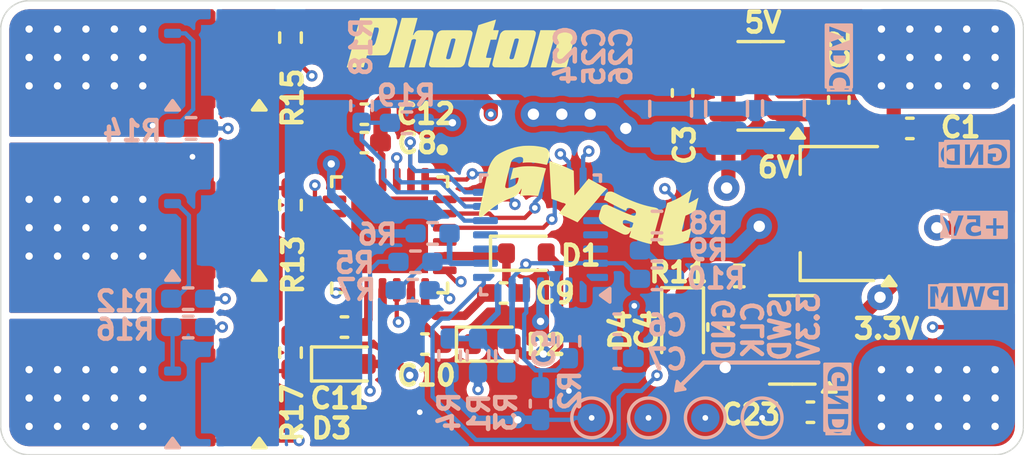
<source format=kicad_pcb>
(kicad_pcb (version 20240108) (generator "pcbnew") (generator_version "8.0")
  (layers (0 "F.Cu" signal) (1 "In1.Cu" signal) (2 "In2.Cu" signal) (31 "B.Cu" signal) (34 "B.Paste" user) (35 "F.Paste" user) (36 "B.SilkS" user "B.Silkscreen") (37 "F.SilkS" user "F.Silkscreen") (38 "B.Mask" user) (39 "F.Mask" user) (44 "Edge.Cuts" user))
  (net 0 "")
  (net 1 "GND")
  (net 2 "VDC")
  (net 3 "+5V")
  (net 4 "+3.3V")
  (net 5 "Net-(U1-PF2)")
  (net 6 "+6V")
  (net 7 "Net-(D1-K)")
  (net 8 "Net-(U6-VS1)")
  (net 9 "Net-(D2-K)")
  (net 10 "Net-(U6-VS2)")
  (net 11 "Net-(D3-K)")
  (net 12 "Net-(U6-VS3)")
  (net 13 "Net-(D4-K)")
  (net 14 "GHA")
  (net 15 "PHASE_A")
  (net 16 "GHC")
  (net 17 "PHASE_C")
  (net 18 "PHASE_B")
  (net 19 "GHB")
  (net 20 "GLA")
  (net 21 "GLB")
  (net 22 "GLC")
  (net 23 "BEMF_A")
  (net 24 "BEMF_REF")
  (net 25 "BEMF_B")
  (net 26 "BEMF_C")
  (net 27 "SWDIO")
  (net 28 "SWCLK")
  (net 29 "INPUT")
  (net 30 "LA")
  (net 31 "Net-(Q1-G)")
  (net 34 "LB")
  (net 37 "PB8")
  (net 38 "LC")
  (net 39 "HC")
  (net 41 "PB6")
  (net 43 "HB")
  (net 45 "HA")
  (net 52 "Net-(Q2-G)")
  (net 53 "Net-(Q3-G)")
  (net 54 "Net-(Q4-G)")
  (net 55 "Net-(Q5-G)")
  (net 56 "Net-(Q6-G)")
  (net 57 "ADC_VOLT")
  (footprint "Fortior Tech FD6288Q driver library:PhasePad" (layer "F.Cu") (at 74 46 90)
    (property "Reference" "TP9" (hide yes))
    (property "Value" "T_PHASE_C" (hide yes))
  )
  (footprint "Resistor_SMD:R_0402_1005Metric_Pad0.72x0.64mm_HandSolder" (layer "F.Cu") (at 96.9975 53.7)
    (property "Reference" "R11" (hide yes))
    (property "Value" "1K" (hide yes))
  )
  (footprint "Diode_SMD:D_SOD-523" (layer "F.Cu") (at 88.3 56.1)
    (property "Reference" "D2" (hide yes))
    (property "Value" "D" (hide yes))
  )
  (footprint "Fortior Tech FD6288Q driver library:PowerPad" (layer "F.Cu") (at 103.95 46.1 90)
    (property "Reference" "J2" (hide yes))
    (property "Value" "Plus" (hide yes))
  )
  (footprint "Fortior Tech FD6288Q driver library:TSON-8(3.1x3.1)" (layer "F.Cu") (at 78.5 52)
    (property "Reference" "Q5" (hide yes))
    (property "Value" "NMOS" (hide yes))
  )
  (footprint "Capacitor_SMD:C_0402_1005Metric_Pad0.74x0.62mm_HandSolder" (layer "F.Cu") (at 83.1 55.5 180)
    (property "Reference" "C11" (hide yes))
    (property "Value" "1uF" (hide yes))
  )
  (footprint "Capacitor_SMD:C_0402_1005Metric_Pad0.74x0.62mm_HandSolder" (layer "F.Cu") (at 88.7 54.3 180)
    (property "Reference" "C9" (hide yes))
    (property "Value" "1uF" (hide yes))
  )
  (footprint "Package_TO_SOT_SMD:SOT-23-5" (layer "F.Cu") (at 97.75 47 180)
    (property "Reference" "U2" (hide yes))
    (property "Value" "~" (hide yes))
  )
  (footprint "Capacitor_SMD:C_0402_1005Metric_Pad0.74x0.62mm_HandSolder" (layer "F.Cu") (at 95 47.25 -90)
    (property "Reference" "C3" (hide yes))
    (property "Value" "10uF" (hide yes))
  )
  (footprint "Fortior Tech FD6288Q driver library:PowerPad" (layer "F.Cu") (at 103.95 57.95 90)
    (property "Reference" "J3" (hide yes))
    (property "Value" "Minus" (hide yes))
  )
  (footprint "Connector_Wire:SolderWirePad_1x01_SMD_1x2mm" (layer "F.Cu") (at 105.5 54.5 90)
    (property "Reference" "TP5" (hide yes))
    (property "Value" "input" (hide yes))
  )
  (footprint "Package_TO_SOT_SMD:SOT-89-3" (layer "F.Cu") (at 100.5 51.5 180)
    (property "Reference" "U4" (hide yes))
    (property "Value" "L78L06_SOT89" (hide yes))
  )
  (footprint "Diode_SMD:D_SOD-523" (layer "F.Cu") (at 89.5 52.9)
    (property "Reference" "D1" (hide yes))
    (property "Value" "D" (hide yes))
  )
  (footprint "Capacitor_SMD:C_0402_1005Metric_Pad0.74x0.62mm_HandSolder" (layer "F.Cu") (at 83.8 49 180)
    (property "Reference" "C8" (hide yes))
    (property "Value" "10uF" (hide yes))
  )
  (footprint "LED_SMD:LED_0603_1608Metric" (layer "F.Cu") (at 95 55.6 -90)
    (property "Reference" "D4" (hide yes))
    (property "Value" "LED" (hide yes))
  )
  (footprint "Capacitor_SMD:C_0402_1005Metric_Pad0.74x0.62mm_HandSolder" (layer "F.Cu") (at 96.25 55.5 90)
    (property "Reference" "C4" (hide yes))
    (property "Value" "10uF" (hide yes))
  )
  (footprint "Fortior Tech FD6288Q driver library:PhasePad" (layer "F.Cu") (at 73.9 58 90)
    (property "Reference" "TP11" (hide yes))
    (property "Value" "T_PHASE_A" (hide yes))
  )
  (footprint "Fortior Tech FD6288Q driver library:TSON-8(3.1x3.1)" (layer "F.Cu") (at 78.5 57.9)
    (property "Reference" "Q4" (hide yes))
    (property "Value" "NMOS" (hide yes))
  )
  (footprint "Capacitor_SMD:C_0402_1005Metric_Pad0.74x0.62mm_HandSolder" (layer "F.Cu") (at 83.8 48 180)
    (property "Reference" "C12" (hide yes))
    (property "Value" "100nF" (hide yes))
  )
  (footprint "Capacitor_SMD:C_0402_1005Metric_Pad0.74x0.62mm_HandSolder" (layer "F.Cu") (at 100.5 47.5 90)
    (property "Reference" "C2" (hide yes))
    (property "Value" "10uF" (hide yes))
  )
  (footprint "Capacitor_SMD:C_0402_1005Metric_Pad0.74x0.62mm_HandSolder" (layer "F.Cu") (at 85.9325 56.1 180)
    (property "Reference" "C10" (hide yes))
    (property "Value" "1uF" (hide yes))
  )
  (footprint "Capacitor_SMD:C_0402_1005Metric_Pad0.74x0.62mm_HandSolder" (layer "F.Cu") (at 99.5 58.5 180)
    (property "Reference" "C23" (hide yes))
    (property "Value" "10uF" (hide yes))
  )
  (footprint "Resistor_SMD:R_0402_1005Metric_Pad0.72x0.64mm_HandSolder" (layer "F.Cu") (at 81.2 56.4 -90)
    (property "Reference" "R17" (hide yes))
    (property "Value" "10R" (hide yes))
  )
  (footprint "Resistor_SMD:R_0402_1005Metric_Pad0.72x0.64mm_HandSolder" (layer "F.Cu") (at 81.2 45.3 90)
    (property "Reference" "R15" (hide yes))
    (property "Value" "10R" (hide yes))
  )
  (footprint "LOGO" (layer "F.Cu") (at 87.2 45.38)
    (property "Reference" "G***" (hide yes))
    (property "Value" "LOGO" (hide yes))
  )
  (footprint "Fortior Tech FD6288Q driver library:TSON-8(3.1x3.1)" (layer "F.Cu") (at 78.5 46)
    (property "Reference" "Q6" (hide yes))
    (property "Value" "NMOS" (hide yes))
  )
  (footprint "Package_TO_SOT_SMD:SOT-23-5" (layer "F.Cu") (at 98.8625 55.95 180)
    (property "Reference" "U3" (hide yes))
    (property "Value" "~" (hide yes))
  )
  (footprint "Fortior Tech FD6288Q driver library:QFN50P400X400X90-25N" (layer "F.Cu") (at 84.69 52.25 -90)
    (property "Reference" "U6" (hide yes))
    (property "Value" "~" (hide yes))
  )
  (footprint "Connector_Wire:SolderWirePad_1x01_SMD_1x2mm" (layer "F.Cu") (at 105.5 49.5 90)
    (property "Reference" "TP7" (hide yes))
    (property "Value" "gnd" (hide yes))
  )
  (footprint "Fortior Tech FD6288Q driver library:PhasePad" (layer "F.Cu") (at 74 52 -90)
    (property "Reference" "TP10" (hide yes))
    (property "Value" "T_PHASE_B" (hide yes))
  )
  (footprint "Resistor_SMD:R_0402_1005Metric_Pad0.72x0.64mm_HandSolder" (layer "F.Cu") (at 81.2 51.2 90)
    (property "Reference" "R13" (hide yes))
    (property "Value" "10R" (hide yes))
  )
  (footprint "Diode_SMD:D_SOD-523" (layer "F.Cu") (at 83.2 56.8)
    (property "Reference" "D3" (hide yes))
    (property "Value" "D" (hide yes))
  )
  (footprint "Connector_Wire:SolderWirePad_1x01_SMD_1x2mm" (layer "F.Cu") (at 105.5 52 90)
    (property "Reference" "TP6" (hide yes))
    (property "Value" "5V" (hide yes))
  )
  (footprint "Capacitor_SMD:C_0402_1005Metric_Pad0.74x0.62mm_HandSolder" (layer "F.Cu") (at 103 48.5)
    (property "Reference" "C1" (hide yes))
    (property "Value" "10uF" (hide yes))
  )
  (footprint "LOGO" (layer "F.Cu") (at 91.82 51.04)
    (property "Reference" "G***" (hide yes))
    (property "Value" "LOGO" (hide yes))
  )
  (footprint "Capacitor_SMD:C_0805_2012Metric_Pad1.18x1.45mm_HandSolder" (layer "B.Cu") (at 98.55 47.7875 -90)
    (property "Reference" "C26" (hide yes))
    (property "Value" "22uF" (hide yes))
  )
  (footprint "" (layer "B.Cu") (at 103.95 46.05 180)
    (property "Reference" "")
    (property "Value" "")
  )
  (footprint "Resistor_SMD:R_0402_1005Metric_Pad0.72x0.64mm_HandSolder" (layer "B.Cu") (at 77.5975 54.5 180)
    (property "Reference" "R12" (hide yes))
    (property "Value" "10R" (hide yes))
  )
  (footprint "Resistor_SMD:R_0402_1005Metric_Pad0.72x0.64mm_HandSolder" (layer "B.Cu") (at 91 56 -90)
    (property "Reference" "R2" (hide yes))
    (property "Value" "10k" (hide yes))
  )
  (footprint "Resistor_SMD:R_0402_1005Metric_Pad0.72x0.64mm_HandSolder" (layer "B.Cu") (at 85.2975 48.3)
    (property "Reference" "R19" (hide yes))
    (property "Value" "10K" (hide yes))
  )
  (footprint "Package_DFN_QFN:QFN-28_4x4mm_P0.5mm" (layer "B.Cu") (at 90 52.25 90)
    (property "Reference" "U1" (hide yes))
    (property "Value" "STM32G071GBUx" (hide yes))
  )
  (footprint "Resistor_SMD:R_0402_1005Metric_Pad0.72x0.64mm_HandSolder" (layer "B.Cu") (at 94.1 51.8 180)
    (property "Reference" "R8" (hide yes))
    (property "Value" "33K" (hide yes))
  )
  (footprint "Resistor_SMD:R_0402_1005Metric_Pad0.72x0.64mm_HandSolder" (layer "B.Cu") (at 85.5975 53.2)
    (property "Reference" "R5" (hide yes))
    (property "Value" "33K" (hide yes))
  )
  (footprint "Resistor_SMD:R_0402_1005Metric_Pad0.72x0.64mm_HandSolder" (layer "B.Cu") (at 94.0975 52.8)
    (property "Reference" "R9" (hide yes))
    (property "Value" "3.3K" (hide yes))
  )
  (footprint "TestPoint:TestPoint_Pad_D1.0mm" (layer "B.Cu") (at 93.8 58.7 90)
    (property "Reference" "TP3" (hide yes))
    (property "Value" "SWCLK" (hide yes))
  )
  (footprint "Capacitor_SMD:C_0805_2012Metric_Pad1.18x1.45mm_HandSolder" (layer "B.Cu") (at 96.55 47.805 -90)
    (property "Reference" "C25" (hide yes))
    (property "Value" "22uF" (hide yes))
  )
  (footprint "Resistor_SMD:R_0402_1005Metric_Pad0.72x0.64mm_HandSolder" (layer "B.Cu") (at 87.8 56.5 90)
    (property "Reference" "R1" (hide yes))
    (property "Value" "33K" (hide yes))
  )
  (footprint "Resistor_SMD:R_0402_1005Metric_Pad0.72x0.64mm_HandSolder" (layer "B.Cu") (at 86.2 52.2 180)
    (property "Reference" "R6" (hide yes))
    (property "Value" "3.3K" (hide yes))
  )
  (footprint "Fortior Tech FD6288Q driver library:TSON-8(3.1x3.1)" (layer "B.Cu") (at 78.65 57.9 180)
    (property "Reference" "Q1" (hide yes))
    (property "Value" "NMOS" (hide yes))
  )
  (footprint "Capacitor_SMD:C_0805_2012Metric_Pad1.18x1.45mm_HandSolder" (layer "B.Cu") (at 94.58 47.805 -90)
    (property "Reference" "C24" (hide yes))
    (property "Value" "22uF" (hide yes))
  )
  (footprint "" (layer "B.Cu") (at 73.95 57.94 180)
    (property "Reference" "")
    (property "Value" "")
  )
  (footprint "" (layer "B.Cu") (at 103.95 57.9 180)
    (property "Reference" "")
    (property "Value" "")
  )
  (footprint "" (layer "B.Cu") (at 74 46 180)
    (property "Reference" "")
    (property "Value" "")
  )
  (footprint "Fortior Tech FD6288Q driver library:TSON-8(3.1x3.1)" (layer "B.Cu") (at 78.65 46 180)
    (property "Reference" "Q2" (hide yes))
    (property "Value" "NMOS" (hide yes))
  )
  (footprint "Capacitor_SMD:C_0402_1005Metric_Pad0.74x0.62mm_HandSolder" (layer "B.Cu") (at 92.7 55.4)
    (property "Reference" "C6" (hide yes))
    (property "Value" "100nF")
  )
  (footprint "TestPoint:TestPoint_Pad_D1.0mm" (layer "B.Cu") (at 95.8 58.7 90)
    (property "Reference" "TP2" (hide yes))
    (property "Value" "SWDIO" (hide yes))
  )
  (footprint "TestPoint:TestPoint_Pad_D1.0mm" (layer "B.Cu") (at 91.8 58.7 90)
    (property "Reference" "TP4" (hide yes))
    (property "Value" "GND" (hide yes))
  )
  (footprint "Capacitor_SMD:C_0402_1005Metric_Pad0.74x0.62mm_HandSolder" (layer "B.Cu") (at 90 58.2 -90)
    (property "Reference" "C5" (hide yes))
    (property "Value" "100nF" (hide yes))
  )
  (footprint "Fortior Tech FD6288Q driver library:TSON-8(3.1x3.1)" (layer "B.Cu") (at 78.65 52 180)
    (property "Reference" "Q3" (hide yes))
    (property "Value" "NMOS" (hide yes))
  )
  (footprint "Capacitor_SMD:C_0402_1005Metric_Pad0.74x0.62mm_HandSolder" (layer "B.Cu") (at 92.7 56.6)
    (property "Reference" "C7" (hide yes))
    (property "Value" "4.7uF" (hide yes))
  )
  (footprint "Resistor_SMD:R_0402_1005Metric_Pad0.72x0.64mm_HandSolder" (layer "B.Cu") (at 77.6 55.5 180)
    (property "Reference" "R16" (hide yes))
    (property "Value" "10R" (hide yes))
  )
  (footprint "Resistor_SMD:R_0402_1005Metric_Pad0.72x0.64mm_HandSolder" (layer "B.Cu") (at 83.7 47.7025 -90)
    (property "Reference" "R18" (hide yes))
    (property "Value" "100K" (hide yes))
  )
  (footprint "Resistor_SMD:R_0402_1005Metric_Pad0.72x0.64mm_HandSolder" (layer "B.Cu") (at 88.8 56.5025 90)
    (property "Reference" "R3" (hide yes))
    (property "Value" "10K" (hide yes))
  )
  (footprint "" (layer "B.Cu") (at 73.95 52.05 180)
    (property "Reference" "")
    (property "Value" "")
  )
  (footprint "TestPoint:TestPoint_Pad_D1.0mm" (layer "B.Cu") (at 97.8 58.7 90)
    (property "Reference" "TP1" (hide yes))
    (property "Value" "3.3V" (hide yes))
  )
  (footprint "Resistor_SMD:R_0402_1005Metric_Pad0.72x0.64mm_HandSolder" (layer "B.Cu") (at 86.8 56.5 -90)
    (property "Reference" "R4" (hide yes))
    (property "Value" "3.3K" (hide yes))
  )
  (footprint "Resistor_SMD:R_0402_1005Metric_Pad0.72x0.64mm_HandSolder" (layer "B.Cu") (at 77.7 48.5 180)
    (property "Reference" "R14" (hide yes))
    (property "Value" "10R" (hide yes))
  )
  (footprint "Resistor_SMD:R_0402_1005Metric_Pad0.72x0.64mm_HandSolder" (layer "B.Cu") (at 94.1 53.8 180)
    (property "Reference" "R10" (hide yes))
    (property "Value" "10K" (hide yes))
  )
  (footprint "Resistor_SMD:R_0402_1005Metric_Pad0.72x0.64mm_HandSolder" (layer "B.Cu") (at 85.5 54.2)
    (property "Reference" "R7" (hide yes))
    (property "Value" "10K" (hide yes))
  )
  (gr_rect (start 104.5 51.45) (end 106.4 52.35) (stroke (width 0.1)) (fill none) (layer "B.SilkS"))
  (gr_line (start 94.98 57.69) (end 94.93 57.64) (stroke (width 0.1)) (layer "B.SilkS"))
  (gr_line (start 95.09 57.69) (end 94.81 57.41) (stroke (width 0.1)) (layer "B.SilkS"))
  (gr_line (start 99.78 56.75) (end 95.75 56.75) (stroke (width 0.15)) (layer "B.SilkS"))
  (gr_rect (start 100 56.8) (end 100.9 59.15) (stroke (width 0.1)) (fill none) (layer "B.SilkS"))
  (gr_rect (start 104.25 48.95) (end 106.475 49.85) (stroke (width 0.1)) (fill none) (layer "B.SilkS"))
  (gr_rect (start 104.05 54) (end 106.4 54.85) (stroke (width 0.1)) (fill none) (layer "B.SilkS"))
  (gr_line (start 95.75 56.75) (end 95 57.5) (stroke (width 0.15)) (layer "B.SilkS"))
  (gr_line (start 95 57.5) (end 94.75 57.75) (stroke (width 0.1)) (layer "B.SilkS"))
  (gr_line (start 94.75 57.75) (end 94.81 57.41) (stroke (width 0.1)) (layer "B.SilkS"))
  (gr_line (start 94.875 57.625) (end 94.85 57.51) (stroke (width 0.1)) (layer "B.SilkS"))
  (gr_line (start 94.85 57.51) (end 94.8625 57.5675) (stroke (width 0.1)) (layer "B.SilkS"))
  (gr_rect (start 100.05 44.85) (end 100.95 47.05) (stroke (width 0.1)) (fill none) (layer "B.SilkS"))
  (gr_line (start 95.09 57.69) (end 94.75 57.75) (stroke (width 0.1)) (layer "B.SilkS"))
  (gr_arc (start 71 45) (mid 71.292893 44.292893) (end 72 44) (stroke (width 0.05)) (layer "Edge.Cuts"))
  (gr_line (start 72 44) (end 106 44) (stroke (width 0.05)) (layer "Edge.Cuts"))
  (gr_line (start 106 60) (end 72 60) (stroke (width 0.05)) (layer "Edge.Cuts"))
  (gr_arc (start 107 59) (mid 106.707107 59.707107) (end 106 60) (stroke (width 0.05)) (layer "Edge.Cuts"))
  (gr_arc (start 106 44) (mid 106.707107 44.292893) (end 107 45) (stroke (width 0.05)) (layer "Edge.Cuts"))
  (gr_line (start 107 45) (end 107 59) (stroke (width 0.05)) (layer "Edge.Cuts"))
  (gr_line (start 71 59) (end 71 45) (stroke (width 0.05)) (layer "Edge.Cuts"))
  (gr_arc (start 72 60) (mid 71.292893 59.707107) (end 71 59) (stroke (width 0.05)) (layer "Edge.Cuts"))
  (gr_text "+5V" (at 106.4 52.4 0) (layer "B.SilkS" knockout) (effects (font (size 0.7 0.7) (thickness 0.125) (bold yes)) (justify left bottom mirror)))
  (gr_text "C7" (at 95.25 57.05 0) (layer "B.SilkS") (effects (font (size 0.7 0.7) (thickness 0.16) (bold yes)) (justify left bottom mirror)))
  (gr_text "R9" (at 96.7 53.2 0) (layer "B.SilkS") (effects (font (size 0.7 0.7) (thickness 0.16) (bold yes)) (justify left bottom mirror)))
  (gr_text "VDC" (at 101 44.9 90) (layer "B.SilkS" knockout) (effects (font (size 0.7 0.7) (thickness 0.125) (bold yes)) (justify left bottom mirror)))
  (gr_text "R16" (at 76.5 56 0) (layer "B.SilkS") (effects (font (size 0.7 0.7) (thickness 0.16) (bold yes)) (justify left bottom mirror)))
  (gr_text "PWM" (at 106.4 54.9 0) (layer "B.SilkS" knockout) (effects (font (size 0.7 0.7) (thickness 0.125) (bold yes)) (justify left bottom mirror)))
  (gr_text "GND" (at 100.95 56.85 90) (layer "B.SilkS" knockout) (effects (font (size 0.7 0.7) (thickness 0.125) (bold yes)) (justify left bottom mirror)))
  (gr_text "C5" (at 89.65 57.05 270) (layer "B.SilkS") (effects (font (size 0.7 0.7) (thickness 0.16) (bold yes)) (justify left bottom mirror)))
  (gr_text "GND" (at 96.87 54.41 90) (layer "B.SilkS") (effects (font (size 0.7 0.7) (thickness 0.16) (bold yes)) (justify left bottom mirror)))
  (gr_text "R2" (at 91.45 56.95 90) (layer "B.SilkS") (effects (font (size 0.7 0.7) (thickness 0.16) (bold yes)) (justify left bottom mirror)))
  (gr_text "CLK" (at 97.89 54.51 90) (layer "B.SilkS") (effects (font (size 0.7 0.7) (thickness 0.16) (bold yes)) (justify left bottom mirror)))
  (gr_text "R1" (at 88.25 57.75 90) (layer "B.SilkS") (effects (font (size 0.7 0.7) (thickness 0.16) (bold yes)) (justify left bottom mirror)))
  (gr_text "SWD" (at 98.84 54.4 90) (layer "B.SilkS") (effects (font (size 0.7 0.7) (thickness 0.16) (bold yes)) (justify left bottom mirror)))
  (gr_text "R12" (at 76.5 55 0) (layer "B.SilkS") (effects (font (size 0.7 0.7) (thickness 0.16) (bold yes)) (justify left bottom mirror)))
  (gr_text "C25" (at 92.3 44.85 90) (layer "B.SilkS") (effects (font (size 0.7 0.7) (thickness 0.16) (bold yes)) (justify left bottom mirror)))
  (gr_text "R5" (at 84.25 53.65 0) (layer "B.SilkS") (effects (font (size 0.7 0.7) (thickness 0.16) (bold yes)) (justify left bottom mirror)))
  (gr_text "R7\n" (at 84.3 54.6 0) (layer "B.SilkS") (effects (font (size 0.7 0.7) (thickness 0.16) (bold yes)) (justify left bottom mirror)))
  (gr_text "R19" (at 86.4 47.75 0) (layer "B.SilkS") (effects (font (size 0.7 0.7) (thickness 0.16) (bold yes)) (justify left bottom mirror)))
  (gr_text "R10" (at 97.3 54.2 0) (layer "B.SilkS") (effects (font (size 0.7 0.7) (thickness 0.16) (bold yes)) (justify left bottom mirror)))
  (gr_text "3.3V" (at 99.85 54.22 90) (layer "B.SilkS") (effects (font (size 0.7 0.7) (thickness 0.16) (bold yes)) (justify left bottom mirror)))
  (gr_text "R18" (at 84.1 44.5 90) (layer "B.SilkS") (effects (font (size 0.7 0.7) (thickness 0.16) (bold yes)) (justify left bottom mirror)))
  (gr_text "C26" (at 93.25 44.85 90) (layer "B.SilkS") (effects (font (size 0.7 0.7) (thickness 0.16) (bold yes)) (justify left bottom mirror)))
  (gr_text "R4" (at 87.2 57.7 90) (layer "B.SilkS") (effects (font (size 0.7 0.7) (thickness 0.16) (bold yes)) (justify left bottom mirror)))
  (gr_text "GND" (at 106.475 49.9 0) (layer "B.SilkS" knockout) (effects (font (size 0.7 0.7) (thickness 0.125) (bold yes)) (justify left bottom mirror)))
  (gr_text "R14" (at 76.75 49 0) (layer "B.SilkS") (effects (font (size 0.7 0.7) (thickness 0.16) (bold yes)) (justify left bottom mirror)))
  (gr_text "C6" (at 95.25 55.85 0) (layer "B.SilkS") (effects (font (size 0.7 0.7) (thickness 0.16) (bold yes)) (justify left bottom mirror)))
  (gr_text "R6" (at 85.05 52.65 0) (layer "B.SilkS") (effects (font (size 0.7 0.7) (thickness 0.16) (bold yes)) (justify left bottom mirror)))
  (gr_text "R3" (at 89.2 57.7 90) (layer "B.SilkS") (effects (font (size 0.7 0.7) (thickness 0.16) (bold yes)) (justify left bottom mirror)))
  (gr_text "C24" (at 91.3 44.8 90) (layer "B.SilkS") (effects (font (size 0.7 0.7) (thickness 0.16) (bold yes)) (justify left bottom mirror)))
  (gr_text "R8" (at 96.7 52.25 0) (layer "B.SilkS") (effects (font (size 0.7 0.7) (thickness 0.16) (bold yes)) (justify left bottom mirror)))
  (gr_text "6V" (at 97.56 50.28 0) (layer "F.SilkS") (effects (font (size 0.7 0.7) (thickness 0.16) (bold yes)) (justify left bottom)))
  (gr_text "D2" (at 89.39 56.54 0) (layer "F.SilkS") (effects (font (size 0.7 0.7) (thickness 0.16) (bold yes)) (justify left bottom)))
  (gr_text "R17" (at 81.67 59.65 90) (layer "F.SilkS") (effects (font (size 0.7 0.7) (thickness 0.16) (bold yes)) (justify left bottom)))
  (gr_text "C9" (at 89.72 54.72 0) (layer "F.SilkS") (effects (font (size 0.7 0.7) (thickness 0.16) (bold yes)) (justify left bottom)))
  (gr_text "R11" (at 93.74 53.98 0) (layer "F.SilkS") (effects (font (size 0.7 0.7) (thickness 0.16) (bold yes)) (justify left bottom)))
  (gr_text "C12" (at 84.84 48.4 0) (layer "F.SilkS") (effects (font (size 0.7 0.7) (thickness 0.16) (bold yes)) (justify left bottom)))
  (gr_text "D3" (at 81.85 59.48 0) (layer "F.SilkS") (effects (font (size 0.7 0.7) (thickness 0.16) (bold yes)) (justify left bottom)))
  (gr_text "R13" (at 81.7 54.43 90) (layer "F.SilkS") (effects (font (size 0.7 0.7) (thickness 0.16) (bold yes)) (justify left bottom)))
  (gr_text "R15" (at 81.68 48.55 90) (layer "F.SilkS") (effects (font (size 0.7 0.7) (thickness 0.16) (bold yes)) (justify left bottom)))
  (gr_text "C23" (at 96.28 58.99 0) (layer "F.SilkS") (effects (font (size 0.7 0.7) (thickness 0.16) (bold yes)) (justify left bottom)))
  (gr_text "3.3V" (at 100.94 55.97 0) (layer "F.SilkS") (effects (font (size 0.7 0.7) (thickness 0.16) (bold yes)) (justify left bottom)))
  (gr_text "D1" (at 90.63 53.39 0) (layer "F.SilkS") (effects (font (size 0.7 0.7) (thickness 0.16) (bold yes)) (justify left bottom)))
  (gr_text "C11" (at 81.81 58.42 0) (layer "F.SilkS") (effects (font (size 0.7 0.7) (thickness 0.16) (bold yes)) (justify left bottom)))
  (gr_text "D4" (at 93.22 56.39 90) (layer "F.SilkS") (effects (font (size 0.7 0.7) (thickness 0.16) (bold yes)) (justify left bottom)))
  (gr_text "C1" (at 104 48.87 0) (layer "F.SilkS") (effects (font (size 0.7 0.7) (thickness 0.16) (bold yes)) (justify left bottom)))
  (gr_text "C10" (at 84.86 57.62 0) (layer "F.SilkS") (effects (font (size 0.7 0.7) (thickness 0.16) (bold yes)) (justify left bottom)))
  (gr_text "C3" (at 95.48 49.87 90) (layer "F.SilkS") (effects (font (size 0.7 0.7) (thickness 0.16) (bold yes)) (justify left bottom)))
  (gr_text "C4" (at 94.14 56.38 90) (layer "F.SilkS") (effects (font (size 0.7 0.7) (thickness 0.16) (bold yes)) (justify left bottom)))
  (gr_text "C2" (at 100.92 46.5 90) (layer "F.SilkS") (effects (font (size 0.7 0.7) (thickness 0.16) (bold yes)) (justify left bottom)))
  (gr_text "5V" (at 97.09 45.18 0) (layer "F.SilkS") (effects (font (size 0.7 0.7) (thickness 0.16) (bold yes)) (justify left bottom)))
  (gr_text "C8" (at 84.87 49.43 0) (layer "F.SilkS") (effects (font (size 0.7 0.7) (thickness 0.16) (bold yes)) (justify left bottom)))
  (segment (start 100.4325 47) (end 100.5 46.9325) (width 0.5) (layer "F.Cu") (net 1))
  (via (at 91.75 48) (size 0.9) (drill 0.4) (layers "F.Cu" "B.Cu") (net 1))
  (via (at 105 57) (size 0.6) (drill 0.26) (layers "F.Cu" "B.Cu") (net 1))
  (via (at 103 58) (size 0.6) (drill 0.26) (layers "F.Cu" "B.Cu") (net 1))
  (via (at 104 59) (size 0.6) (drill 0.26) (layers "F.Cu" "B.Cu") (net 1))
  (via (at 102 59) (size 0.6) (drill 0.26) (layers "F.Cu" "B.Cu") (net 1))
  (via (at 102 58) (size 0.6) (drill 0.26) (layers "F.Cu" "B.Cu") (net 1))
  (via (at 103 59) (size 0.6) (drill 0.26) (layers "F.Cu" "B.Cu") (net 1))
  (via (at 86.9 48.3) (size 0.6) (drill 0.26) (layers "F.Cu" "B.Cu") (net 1))
  (via (at 93.3 54.75) (size 0.4) (drill 0.2) (layers "F.Cu" "B.Cu") (net 1))
  (via (at 102 57) (size 0.6) (drill 0.26) (layers "F.Cu" "B.Cu") (net 1))
  (via (at 91.8 58.7) (size 0.4) (drill 0.2) (layers "F.Cu" "B.Cu") (net 1))
  (via (at 93 48.5) (size 0.9) (drill 0.4) (layers "F.Cu" "B.Cu") (net 1))
  (via (at 106 59) (size 0.6) (drill 0.26) (layers "F.Cu" "B.Cu") (net 1))
  (via (at 97.7 51.95) (size 0.9) (drill 0.4) (layers "F.Cu" "B.Cu") (net 1))
  (via (at 90 55.3) (size 0.6) (drill 0.26) (layers "F.Cu" "B.Cu") (net 1))
  (via (at 105 59) (size 0.6) (drill 0.26) (layers "F.Cu" "B.Cu") (net 1))
  (via (at 104 58) (size 0.6) (drill 0.26) (layers "F.Cu" "B.Cu") (net 1))
  (via (at 106 58) (size 0.6) (drill 0.26) (layers "F.Cu" "B.Cu") (net 1))
  (via (at 104 57) (size 0.6) (drill 0.26) (layers "F.Cu" "B.Cu") (net 1))
  (via (at 90.75 48) (size 0.9) (drill 0.4) (layers "F.Cu" "B.Cu") (net 1))
  (via (at 106 57) (size 0.6) (drill 0.26) (layers "F.Cu" "B.Cu") (net 1))
  (via (at 89.2 58.7675) (size 0.6) (drill 0.26) (layers "F.Cu" "B.Cu") (net 1))
  (via (at 105 58) (size 0.6) (drill 0.26) (layers "F.Cu" "B.Cu") (net 1))
  (via (at 103 57) (size 0.6) (drill 0.26) (layers "F.Cu" "B.Cu") (net 1))
  (via (at 82.635 49.75) (size 0.6) (drill 0.26) (layers "F.Cu" "B.Cu") (net 1))
  (via (at 89.75 48) (size 0.9) (drill 0.4) (layers "F.Cu" "B.Cu") (net 1))
  (segment (start 91.75 48) (end 92.5 48) (width 0.8) (layer "B.Cu") (net 1))
  (segment (start 93.2675 56.6) (end 93.2675 55.4) (width 0.3) (layer "B.Cu") (net 1))
  (segment (start 91.75 48) (end 90.75 48) (width 0.8) (layer "B.Cu") (net 1))
  (segment (start 92.5 48) (end 93 48.5) (width 0.8) (layer "B.Cu") (net 1))
  (segment (start 82.635 49.75) (end 82.635 50.835) (width 0.3) (layer "B.Cu") (net 1))
  (segment (start 82.635 50.835) (end 84 52.2) (width 0.3) (layer "B.Cu") (net 1))
  (segment (start 85.895 48.3) (end 86.9 48.3) (width 0.3) (layer "B.Cu") (net 1))
  (segment (start 93.2675 54.7825) (end 93.3 54.75) (width 0.3) (layer "B.Cu") (net 1))
  (segment (start 89.2 58.7675) (end 87.7675 58.7675) (width 0.3) (layer "B.Cu") (net 1))
  (segment (start 96.55 48.8425) (end 98.5325 48.8425) (width 0.8) (layer "B.Cu") (net 1))
  (segment (start 87.7675 58.7675) (end 86.8 57.8) (width 0.3) (layer "B.Cu") (net 1))
  (segment (start 90.75 48) (end 89.75 48) (width 0.8) (layer "B.Cu") (net 1))
  (segment (start 98.5325 48.8425) (end 98.55 48.825) (width 0.8) (layer "B.Cu") (net 1))
  (segment (start 93.2675 48.7675) (end 93 48.5) (width 0.8) (layer "B.Cu") (net 1))
  (segment (start 96.0175 48.75) (end 96 48.7675) (width 0.8) (layer "B.Cu") (net 1))
  (segment (start 90 55.3) (end 90 54.1875) (width 0.3) (layer "B.Cu") (net 1))
  (segment (start 96 48.7675) (end 93.2675 48.7675) (width 0.8) (layer "B.Cu") (net 1))
  (segment (start 86.8 57.8) (end 86.8 57.0975) (width 0.3) (layer "B.Cu") (net 1))
  (segment (start 84 52.2) (end 85.6025 52.2) (width 0.3) (layer "B.Cu") (net 1))
  (segment (start 91.2 58.7) (end 91.1325 58.7675) (width 0.15) (layer "B.Cu") (net 1))
  (segment (start 97.7 51.95) (end 96.85 52.8) (width 0.5) (layer "B.Cu") (net 1))
  (segment (start 91.1325 58.7675) (end 90 58.7675) (width 0.15) (layer "B.Cu") (net 1))
  (segment (start 96.85 52.8) (end 94.695 52.8) (width 0.5) (layer "B.Cu") (net 1))
  (segment (start 93.2675 55.4) (end 93.2675 54.7825) (width 0.3) (layer "B.Cu") (net 1))
  (segment (start 91.8 58.7) (end 91.2 58.7) (width 0.15) (layer "B.Cu") (net 1))
  (segment (start 89.2 58.7675) (end 90 58.7675) (width 0.3) (layer "B.Cu") (net 1))
  (segment (start 100.3825 47.95) (end 100.5 48.0675) (width 0.5) (layer "F.Cu") (net 2))
  (segment (start 102.45 50) (end 102.45 48.5175) (width 0.5) (layer "F.Cu") (net 2))
  (segment (start 98.225001 47.95) (end 98.8875 47.95) (width 0.5) (layer "F.Cu") (net 2))
  (segment (start 102.4325 48.5) (end 100.9325 48.5) (width 0.5) (layer "F.Cu") (net 2))
  (segment (start 98.8875 46.05) (end 98.25 46.05) (width 0.5) (layer "F.Cu") (net 2))
  (segment (start 104 46) (end 102.4325 47.5675) (width 0.5) (layer "F.Cu") (net 2))
  (segment (start 102.4325 47.5675) (end 102.4325 48.5) (width 0.5) (layer "F.Cu") (net 2))
  (segment (start 97.775 46.525) (end 97.775 47.499999) (width 0.5) (layer "F.Cu") (net 2))
  (segment (start 102.45 48.5175) (end 102.4325 48.5) (width 0.5) (layer "F.Cu") (net 2))
  (segment (start 98.8875 47.95) (end 100.3825 47.95) (width 0.5) (layer "F.Cu") (net 2))
  (segment (start 100.9325 48.5) (end 100.5 48.0675) (width 0.5) (layer "F.Cu") (net 2))
  (segment (start 98.25 46.05) (end 97.775 46.525) (width 0.5) (layer "F.Cu") (net 2))
  (segment (start 97.775 47.499999) (end 98.225001 47.95) (width 0.5) (layer "F.Cu") (net 2))
  (via (at 106 46) (size 0.6) (drill 0.26) (layers "F.Cu" "B.Cu") (net 2))
  (via (at 105 47) (size 0.6) (drill 0.26) (layers "F.Cu" "B.Cu") (net 2))
  (via (at 104 46) (size 0.6) (drill 0.26) (layers "F.Cu" "B.Cu") (net 2))
  (via (at 102 46) (size 0.6) (drill 0.26) (layers "F.Cu" "B.Cu") (net 2))
  (via (at 103 47) (size 0.6) (drill 0.26) (layers "F.Cu" "B.Cu") (net 2))
  (via (at 106 47) (size 0.6) (drill 0.26) (layers "F.Cu" "B.Cu") (net 2))
  (via (at 105 45) (size 0.6) (drill 0.26) (layers "F.Cu" "B.Cu") (net 2))
  (via (at 103 46) (size 0.6) (drill 0.26) (layers "F.Cu" "B.Cu") (net 2))
  (via (at 106 45) (size 0.6) (drill 0.26) (layers "F.Cu" "B.Cu") (net 2))
  (via (at 104 47) (size 0.6) (drill 0.26) (layers "F.Cu" "B.Cu") (net 2))
  (via (at 102 47) (size 0.6) (drill 0.26) (layers "F.Cu" "B.Cu") (net 2))
  (via (at 103 45) (size 0.6) (drill 0.26) (layers "F.Cu" "B.Cu") (net 2))
  (via (at 102 45) (size 0.6) (drill 0.26) (layers "F.Cu" "B.Cu") (net 2))
  (via (at 105 46) (size 0.6) (drill 0.26) (layers "F.Cu" "B.Cu") (net 2))
  (via (at 104 45) (size 0.6) (drill 0.26) (layers "F.Cu" "B.Cu") (net 2))
  (segment (start 96.6125 50.5375) (end 96.6125 47.95) (width 0.5) (layer "F.Cu") (net 3))
  (segment (start 103.95 52) (end 105.5 52) (width 0.5) (layer "F.Cu") (net 3))
  (segment (start 96.6125 47.95) (end 96.6125 47.2125) (width 0.5) (layer "F.Cu") (net 3))
  (segment (start 96.6125 47.2125) (end 96.2 46.8) (width 0.5) (layer "F.Cu") (net 3))
  (segment (start 95.1175 46.8) (end 95 46.6825) (width 0.5) (layer "F.Cu") (net 3))
  (segment (start 96.55 50.6) (end 96.6125 50.5375) (width 0.5) (layer "F.Cu") (net 3))
  (segment (start 96.2 46.8) (end 95.1175 46.8) (width 0.5) (layer "F.Cu") (net 3))
  (via (at 96.55 50.6) (size 0.9) (drill 0.4) (layers "F.Cu" "B.Cu") (net 3))
  (via (at 103.95 52) (size 0.9) (drill 0.4) (layers "F.Cu" "B.Cu") (net 3))
  (segment (start 96.5 56.9) (end 96.25 56.65) (width 0.5) (layer "F.Cu") (net 4))
  (segment (start 96.5 56.9) (end 96.5 56.925) (width 0.5) (layer "F.Cu") (net 4))
  (segment (start 97.725 56.9) (end 96.5 56.9) (width 0.5) (layer "F.Cu") (net 4))
  (segment (start 96.25 56.65) (end 96.25 56.0675) (width 0.5) (layer "F.Cu") (net 4))
  (segment (start 95.32 56.0675) (end 95 56.3875) (width 0.5) (layer "F.Cu") (net 4))
  (segment (start 96.25 56.0675) (end 95.32 56.0675) (width 0.5) (layer "F.Cu") (net 4))
  (via (at 85.75 58.5) (size 0.4) (drill 0.2) (layers "F.Cu" "B.Cu") (net 4))
  (via (at 96.5 56.925) (size 0.9) (drill 0.4) (layers "F.Cu" "B.Cu") (net 4))
  (via (at 91 57.75) (size 0.4) (drill 0.2) (layers "F.Cu" "B.Cu") (net 4))
  (via (at 97.8 58.7) (size 0.4) (drill 0.2) (layers "F.Cu" "B.Cu") (net 4))
  (segment (start 92.1325 55.4) (end 91.0025 55.4) (width 0.3) (layer "B.Cu") (net 4))
  (segment (start 92.1325 56.6) (end 92.1325 55.4) (width 0.3) (layer "B.Cu") (net 4))
  (segment (start 90.5 54.9025) (end 91 55.4025) (width 0.2) (layer "B.Cu") (net 4))
  (segment (start 91.0025 55.4) (end 91 55.4025) (width 0.3) (layer "B.Cu") (net 4))
  (segment (start 90.5 54.1875) (end 90.5 54.9025) (width 0.2) (layer "B.Cu") (net 4))
  (segment (start 90 57.6325) (end 90 57.025) (width 0.15) (layer "B.Cu") (net 5))
  (segment (start 90.5725 57.025) (end 89.825 57.025) (width 0.15) (layer "B.Cu") (net 5))
  (segment (start 89.825 57.025) (end 89.425 56.625) (width 0.15) (layer "B.Cu") (net 5))
  (segment (start 91 56.5975) (end 90.5725 57.025) (width 0.15) (layer "B.Cu") (net 5))
  (segment (start 89.425 56.625) (end 89.425 55.061827) (width 0.15) (layer "B.Cu") (net 5))
  (segment (start 89.425 55.061827) (end 89.5 54.986827) (width 0.15) (layer "B.Cu") (net 5))
  (segment (start 90 57.025) (end 89.825 57.025) (width 0.15) (layer "B.Cu") (net 5))
  (segment (start 89.5 54.986827) (end 89.5 54.1875) (width 0.15) (layer "B.Cu") (net 5))
  (segment (start 100.0675 56.9675) (end 100 56.9) (width 0.5) (layer "F.Cu") (net 6))
  (segment (start 85 56.8) (end 85.4 57.2) (width 0.3) (layer "F.Cu") (net 6))
  (segment (start 90.05 56.5) (end 89.4 56.5) (width 0.3) (layer "F.Cu") (net 6))
  (segment (start 101.95 54.45) (end 101.4 55) (width 0.5) (layer "F.Cu") (net 6))
  (segment (start 90.65 56.15) (end 90.65 53.35) (width 0.3) (layer "F.Cu") (net 6))
  (segment (start 100.0675 58.5) (end 100.0675 56.9675) (width 0.5) (layer "F.Cu") (net 6))
  (segment (start 90.1 56.45) (end 90.35 56.45) (width 0.3) (layer "F.Cu") (net 6))
  (segment (start 88.25 48) (end 88.25 47.75) (width 0.5) (layer "F.Cu") (net 6))
  (segment (start 84.3675 49.3675) (end 84.3675 48.4) (width 0.2) (layer "F.Cu") (net 6))
  (segment (start 84.75 47.25) (end 84.3675 47.6325) (width 0.5) (layer "F.Cu") (net 6))
  (segment (start 102.45 53.95) (end 101.95 54.45) (width 0.5) (layer "F.Cu") (net 6))
  (segment (start 84.44 49.44) (end 84.3675 49.3675) (width 0.2) (layer "F.Cu") (net 6))
  (segment (start 99.337501 56.9) (end 98.8875 56.449999) (width 0.5) (layer "F.Cu") (net 6))
  (segment (start 90.35 56.45) (end 90.65 56.15) (width 0.3) (layer "F.Cu") (net 6))
  (segment (start 83.9 56.8) (end 85 56.8) (width 0.3) (layer "F.Cu") (net 6))
  (segment (start 101.4 55) (end 100 55) (width 0.5) (layer "F.Cu") (net 6))
  (segment (start 90.1 56.45) (end 90.05 56.5) (width 0.3) (layer "F.Cu") (net 6))
  (segment (start 100 56.9) (end 99.337501 56.9) (width 0.5) (layer "F.Cu") (net 6))
  (segment (start 98.8875 56.449999) (end 98.8875 55.450001) (width 0.5) (layer "F.Cu") (net 6))
  (segment (start 84.3675 47.6325) (end 84.3675 48) (width 0.5) (layer "F.Cu") (net 6))
  (segment (start 88.25 47.75) (end 87.75 47.25) (width 0.5) (layer "F.Cu") (net 6))
  (segment (start 87.75 47.25) (end 84.75 47.25) (width 0.5) (layer "F.Cu") (net 6))
  (segment (start 98.8875 55.450001) (end 99.337501 55) (width 0.5) (layer "F.Cu") (net 6))
  (segment (start 90.65 53.35) (end 90.2 52.9) (width 0.3) (layer "F.Cu") (net 6))
  (segment (start 84.3675 48) (end 84.3675 49) (width 0.5) (layer "F.Cu") (net 6))
  (segment (start 84.44 50.31) (end 84.44 49.44) (width 0.2) (layer "F.Cu") (net 6))
  (segment (start 89.4 56.5) (end 89 56.1) (width 0.3) (layer "F.Cu") (net 6))
  (segment (start 99.337501 55) (end 100 55) (width 0.5) (layer "F.Cu") (net 6))
  (segment (start 102.45 53) (end 102.45 53.95) (width 0.5) (layer "F.Cu") (net 6))
  (via (at 90.1 56.45) (size 0.6) (drill 0.26) (layers "F.Cu" "B.Cu") (net 6))
  (via (at 88.25 48) (size 0.4) (drill 0.2) (layers "F.Cu" "B.Cu") (net 6))
  (via (at 85.4 57.2) (size 0.6) (drill 0.26) (layers "F.Cu" "B.Cu") (net 6))
  (via (at 101.95 54.45) (size 0.9) (drill 0.4) (layers "F.Cu" "B.Cu") (net 6))
  (segment (start 86.63 53) (end 88.7 53) (width 0.3) (layer "F.Cu") (net 7))
  (segment (start 88.8 52.9) (end 88.8 53.8325) (width 0.3) (layer "F.Cu") (net 7))
  (segment (start 88.8 53.8325) (end 89.2675 54.3) (width 0.3) (layer "F.Cu") (net 7))
  (segment (start 88.7 53) (end 88.8 52.9) (width 0.3) (layer "F.Cu") (net 7))
  (segment (start 87.3325 55.1) (end 86.3 55.1) (width 0.3) (layer "F.Cu") (net 8))
  (segment (start 85.94 54.74) (end 85.94 54.19) (width 0.3) (layer "F.Cu") (net 8))
  (segment (start 88.1325 54.3) (end 87.3325 55.1) (width 0.3) (layer "F.Cu") (net 8))
  (segment (start 86.3 55.1) (end 85.94 54.74) (width 0.3) (layer "F.Cu") (net 8))
  (segment (start 86.5 56.047182) (end 85.44 54.987182) (width 0.3) (layer "F.Cu") (net 9))
  (segment (start 87.6 56.1) (end 86.5 56.1) (width 0.3) (layer "F.Cu") (net 9))
  (segment (start 86.5 56.1) (end 86.5 56.047182) (width 0.3) (layer "F.Cu") (net 9))
  (segment (start 85.44 54.987182) (end 85.44 54.19) (width 0.3) (layer "F.Cu") (net 9))
  (segment (start 85.365 56.1) (end 84.8 56.1) (width 0.3) (layer "F.Cu") (net 10))
  (segment (start 84.44 55.74) (end 84.44 54.19) (width 0.3) (layer "F.Cu") (net 10))
  (segment (start 84.8 56.1) (end 84.44 55.74) (width 0.3) (layer "F.Cu") (net 10))
  (segment (start 83.6675 55.5) (end 83.94 55.2275) (width 0.3) (layer "F.Cu") (net 11))
  (segment (start 82.5 56.6675) (end 82.5 56.8) (width 0.3) (layer "F.Cu") (net 11))
  (segment (start 83.94 55.2275) (end 83.94 54.19) (width 0.3) (layer "F.Cu") (net 11))
  (segment (start 83.6675 55.5) (end 82.5 56.6675) (width 0.3) (layer "F.Cu") (net 11))
  (segment (start 82.5325 55.5) (end 82.3 55.5) (width 0.3) (layer "F.Cu") (net 12))
  (segment (start 81.8 53.5) (end 82.75 53.5) (width 0.3) (layer "F.Cu") (net 12))
  (segment (start 81.7 53.6) (end 81.8 53.5) (width 0.3) (layer "F.Cu") (net 12))
  (segment (start 81.7 54.9) (end 81.7 53.6) (width 0.3) (layer "F.Cu") (net 12))
  (segment (start 82.3 55.5) (end 81.7 54.9) (width 0.3) (layer "F.Cu") (net 12))
  (segment (start 95.6 53.7) (end 96.4 53.7) (width 0.5) (layer "F.Cu") (net 13))
  (segment (start 95 54.3) (end 95.6 53.7) (width 0.5) (layer "F.Cu") (net 13))
  (segment (start 95 54.8125) (end 95 54.3) (width 0.5) (layer "F.Cu") (net 13))
  (segment (start 87.2 53.9) (end 87.03 53.9) (width 0.15) (layer "F.Cu") (net 14))
  (segment (start 87.03 53.9) (end 86.63 53.5) (width 0.15) (layer "F.Cu") (net 14))
  (via (at 87.2 53.9) (size 0.4) (drill 0.2) (layers "F.Cu" "B.Cu") (net 14))
  (via (at 78.8 55.5) (size 0.4) (drill 0.2) (layers "F.Cu" "B.Cu") (net 14))
  (segment (start 78.1975 55.5) (end 78.8 55.5) (width 0.15) (layer "B.Cu") (net 14))
  (segment (start 78.4 59.4) (end 78.5 59.5) (width 0.15) (layer "F.Cu") (net 15))
  (segment (start 78.5 59.5) (end 81.5 59.5) (width 0.15) (layer "F.Cu") (net 15))
  (via (at 75 59) (size 0.6) (drill 0.26) (layers "F.Cu" "B.Cu") (net 15))
  (via (at 75 57) (size 0.6) (drill 0.26) (layers "F.Cu" "B.Cu") (net 15))
  (via (at 72 58) (size 0.6) (drill 0.26) (layers "F.Cu" "B.Cu") (net 15))
  (via (at 74 57) (size 0.6) (drill 0.26) (layers "F.Cu" "B.Cu") (net 15))
  (via (at 73 58) (size 0.6) (drill 0.26) (layers "F.Cu" "B.Cu") (net 15))
  (via (at 87.8 57.7) (size 0.4) (drill 0.2) (layers "F.Cu" "B.Cu") (net 15))
  (via (at 73 57) (size 0.6) (drill 0.26) (layers "F.Cu" "B.Cu") (net 15))
  (via (at 76 59) (size 0.6) (drill 0.26) (layers "F.Cu" "B.Cu") (net 15))
  (via (at 76 57) (size 0.6) (drill 0.26) (layers "F.Cu" "B.Cu") (net 15))
  (via (at 74 59) (size 0.6) (drill 0.26) (layers "F.Cu" "B.Cu") (net 15))
  (via (at 73 59) (size 0.6) (drill 0.26) (layers "F.Cu" "B.Cu") (net 15))
  (via (at 72 59) (size 0.6) (drill 0.26) (layers "F.Cu" "B.Cu") (net 15))
  (via (at 76 58) (size 0.6) (drill 0.26) (layers "F.Cu" "B.Cu") (net 15))
  (via (at 72 57) (size 0.6) (drill 0.26) (layers "F.Cu" "B.Cu") (net 15))
  (via (at 74 58) (size 0.6) (drill 0.26) (layers "F.Cu" "B.Cu") (net 15))
  (via (at 75 58) (size 0.6) (drill 0.26) (layers "F.Cu" "B.Cu") (net 15))
  (via (at 81.5 59.5) (size 0.4) (drill 0.2) (layers "F.Cu" "B.Cu") (net 15))
  (segment (start 87.8 57.0975) (end 87.8 57.7) (width 0.3) (layer "B.Cu") (net 15))
  (segment (start 83.44 54.19) (end 82.91 54.19) (width 0.15) (layer "F.Cu") (net 16))
  (segment (start 82.91 54.19) (end 82.8 54.3) (width 0.15) (layer "F.Cu") (net 16))
  (via (at 79 48.5) (size 0.4) (drill 0.2) (layers "F.Cu" "B.Cu") (net 16))
  (via (at 82.8 54.3) (size 0.4) (drill 0.2) (layers "F.Cu" "B.Cu") (net 16))
  (segment (start 79 48.5) (end 78.2975 48.5) (width 0.15) (layer "B.Cu") (net 16))
  (segment (start 78.10095 48.39905) (end 78.4 48.1) (width 0.15) (layer "F.Cu") (net 17))
  (segment (start 78.4 48.1) (end 78.4 47.5) (width 0.15) (layer "F.Cu") (net 17))
  (segment (start 76.345 48.39905) (end 78.10095 48.39905) (width 0.15) (layer "F.Cu") (net 17))
  (via (at 73 46) (size 0.6) (drill 0.26) (layers "F.Cu" "B.Cu") (net 17))
  (via (at 75 46) (size 0.6) (drill 0.26) (layers "F.Cu" "B.Cu") (net 17))
  (via (at 74 47) (size 0.6) (drill 0.26) (layers "F.Cu" "B.Cu") (net 17))
  (via (at 74 45) (size 0.6) (drill 0.26) (layers "F.Cu" "B.Cu") (net 17))
  (via (at 75 47) (size 0.6) (drill 0.26) (layers "F.Cu" "B.Cu") (net 17))
  (via (at 74 46) (size 0.6) (drill 0.26) (layers "F.Cu" "B.Cu") (net 17))
  (via (at 72 46) (size 0.6) (drill 0.26) (layers "F.Cu" "B.Cu") (net 17))
  (via (at 76.345 48.39905) (size 0.4) (drill 0.2) (layers "F.Cu" "B.Cu") (net 17))
  (via (at 76 47) (size 0.6) (drill 0.26) (layers "F.Cu" "B.Cu") (net 17))
  (via (at 73 45) (size 0.6) (drill 0.26) (layers "F.Cu" "B.Cu") (net 17))
  (via (at 94.375 50.625) (size 0.4) (drill 0.2) (layers "F.Cu" "B.Cu") (net 17))
  (via (at 75 45) (size 0.6) (drill 0.26) (layers "F.Cu" "B.Cu") (net 17))
  (via (at 76 45) (size 0.6) (drill 0.26) (layers "F.Cu" "B.Cu") (net 17))
  (via (at 73 47) (size 0.6) (drill 0.26) (layers "F.Cu" "B.Cu") (net 17))
  (via (at 72 47) (size 0.6) (drill 0.26) (layers "F.Cu" "B.Cu") (net 17))
  (via (at 72 45) (size 0.6) (drill 0.26) (layers "F.Cu" "B.Cu") (net 17))
  (via (at 76 46) (size 0.6) (drill 0.26) (layers "F.Cu" "B.Cu") (net 17))
  (segment (start 94.375 50.625) (end 94.6975 50.9475) (width 0.15) (layer "B.Cu") (net 17))
  (segment (start 94.6975 50.9475) (end 94.6975 51.8) (width 0.15) (layer "B.Cu") (net 17))
  (segment (start 77.75 49.5) (end 77.8 49.5) (width 0.15) (layer "F.Cu") (net 18))
  (segment (start 78.4 50.1) (end 78.4 50.65) (width 0.15) (layer "F.Cu") (net 18))
  (segment (start 77.8 49.5) (end 78.4 50.1) (width 0.15) (layer "F.Cu") (net 18))
  (via (at 76 52) (size 0.6) (drill 0.26) (layers "F.Cu" "B.Cu") (net 18))
  (via (at 76 51) (size 0.6) (drill 0.26) (layers "F.Cu" "B.Cu") (net 18))
  (via (at 73 52) (size 0.6) (drill 0.26) (layers "F.Cu" "B.Cu") (net 18))
  (via (at 75 52) (size 0.6) (drill 0.26) (layers "F.Cu" "B.Cu") (net 18))
  (via (at 74 53) (size 0.6) (drill 0.26) (layers "F.Cu" "B.Cu") (net 18))
  (via (at 73 51) (size 0.6) (drill 0.26) (layers "F.Cu" "B.Cu") (net 18))
  (via (at 72 53) (size 0.6) (drill 0.26) (layers "F.Cu" "B.Cu") (net 18))
  (via (at 74 52) (size 0.6) (drill 0.26) (layers "F.Cu" "B.Cu") (net 18))
  (via (at 74 51) (size 0.6) (drill 0.26) (layers "F.Cu" "B.Cu") (net 18))
  (via (at 84 57.75) (size 0.4) (drill 0.2) (layers "F.Cu" "B.Cu") (net 18))
  (via (at 75 51) (size 0.6) (drill 0.26) (layers "F.Cu" "B.Cu") (net 18))
  (via (at 73 53) (size 0.6) (drill 0.26) (layers "F.Cu" "B.Cu") (net 18))
  (via (at 72 51) (size 0.6) (drill 0.26) (layers "F.Cu" "B.Cu") (net 18))
  (via (at 75 53) (size 0.6) (drill 0.26) (layers "F.Cu" "B.Cu") (net 18))
  (via (at 76 53) (size 0.6) (drill 0.26) (layers "F.Cu" "B.Cu") (net 18))
  (via (at 72 52) (size 0.6) (drill 0.26) (layers "F.Cu" "B.Cu") (net 18))
  (via (at 77.75 49.5) (size 0.4) (drill 0.2) (layers "F.Cu" "B.Cu") (net 18))
  (segment (start 84.3 53.2) (end 85 53.2) (width 0.15) (layer "B.Cu") (net 18))
  (segment (start 84 53.5) (end 84.3 53.2) (width 0.15) (layer "B.Cu") (net 18))
  (segment (start 84 57.75) (end 84 53.5) (width 0.15) (layer "B.Cu") (net 18))
  (segment (start 84.94 54.19) (end 84.94 55.265) (width 0.15) (layer "F.Cu") (net 19))
  (segment (start 84.94 55.265) (end 85 55.325) (width 0.15) (layer "F.Cu") (net 19))
  (via (at 85 55.325) (size 0.4) (drill 0.2) (layers "F.Cu" "B.Cu") (net 19))
  (via (at 78.9 54.5) (size 0.4) (drill 0.2) (layers "F.Cu" "B.Cu") (net 19))
  (segment (start 78.9 54.5) (end 78.195 54.5) (width 0.15) (layer "B.Cu") (net 19))
  (segment (start 81.2 53.4) (end 81.6 53) (width 0.15) (layer "F.Cu") (net 20))
  (segment (start 81.6 53) (end 82.75 53) (width 0.15) (layer "F.Cu") (net 20))
  (segment (start 81.2 55.8025) (end 81.2 53.4) (width 0.15) (layer "F.Cu") (net 20))
  (segment (start 81.9025 52.5) (end 82.75 52.5) (width 0.15) (layer "F.Cu") (net 21))
  (segment (start 81.2 51.7975) (end 81.9025 52.5) (width 0.15) (layer "F.Cu") (net 21))
  (segment (start 82.06 50.5) (end 82.06 51.725) (width 0.15) (layer "F.Cu") (net 22))
  (segment (start 82.335 52) (end 82.75 52) (width 0.15) (layer "F.Cu") (net 22))
  (segment (start 82.06 51.725) (end 82.335 52) (width 0.15) (layer "F.Cu") (net 22))
  (segment (start 81.2 45.8975) (end 81.95125 46.64875) (width 0.15) (layer "F.Cu") (net 22))
  (via (at 81.95125 46.64875) (size 0.4) (drill 0.2) (layers "F.Cu" "B.Cu") (net 22))
  (via (at 82.06 50.5) (size 0.4) (drill 0.2) (layers "F.Cu" "B.Cu") (net 22))
  (segment (start 87.8 55.917472) (end 88.8 56.917472) (width 0.2) (layer "B.Cu") (net 23))
  (segment (start 88.8 56.917472) (end 88.8 57.1) (width 0.2) (layer "B.Cu") (net 23))
  (segment (start 88.5 55) (end 88.5 54.2475) (width 0.2) (layer "B.Cu") (net 23))
  (segment (start 87.8 55.9025) (end 87.8 55.917472) (width 0.2) (layer "B.Cu") (net 23))
  (segment (start 87.8 55.7) (end 88.5 55) (width 0.2) (layer "B.Cu") (net 23))
  (segment (start 87.8 55.9025) (end 86.8 55.9025) (width 0.2) (layer "B.Cu") (net 23))
  (segment (start 87.8 55.9025) (end 87.8 55.7) (width 0.2) (layer "B.Cu") (net 23))
  (via (at 86.8 54.5) (size 0.4) (drill 0.2) (layers "F.Cu" "B.Cu") (net 24))
  (via (at 89.485485 53.285485) (size 0.4) (drill 0.2) (layers "F.Cu" "B.Cu") (net 24))
  (segment (start 86.0975 54.2) (end 86.5 54.2) (width 0.15) (layer "B.Cu") (net 24))
  (segment (start 88.8 55.905) (end 89 55.705) (width 0.2) (layer "B.Cu") (net 24))
  (segment (start 89.52097 53.25) (end 89.485485 53.285485) (width 0.15) (layer "B.Cu") (net 24))
  (segment (start 89 53.77097) (end 89 54.1875) (width 0.15) (layer "B.Cu") (net 24))
  (segment (start 86.5 54.2) (end 86.8 54.5) (width 0.15) (layer "B.Cu") (net 24))
  (segment (start 89 55.705) (end 89 55.2) (width 0.2) (layer "B.Cu") (net 24))
  (segment (start 89 55.2) (end 89 54.1875) (width 0.2) (layer "B.Cu") (net 24))
  (segment (start 91.9375 53.25) (end 92.9525 53.25) (width 0.15) (layer "B.Cu") (net 24))
  (segment (start 92.9525 53.25) (end 93.5025 53.8) (width 0.15) (layer "B.Cu") (net 24))
  (segment (start 91.9375 53.25) (end 89.52097 53.25) (width 0.15) (layer "B.Cu") (net 24))
  (segment (start 89.485485 53.285485) (end 89 53.77097) (width 0.15) (layer "B.Cu") (net 24))
  (segment (start 86.85 53.25) (end 86.8 53.2) (width 0.2) (layer "B.Cu") (net 25))
  (segment (start 85.977118 53.2) (end 84.977118 54.2) (width 0.15) (layer "B.Cu") (net 25))
  (segment (start 86.195 53.2) (end 85.977118 53.2) (width 0.15) (layer "B.Cu") (net 25))
  (segment (start 88.0625 53.25) (end 86.85 53.25) (width 0.2) (layer "B.Cu") (net 25))
  (segment (start 84.977118 54.2) (end 84.9025 54.2) (width 0.15) (layer "B.Cu") (net 25))
  (segment (start 86.8 53.2) (end 86.8 52.2025) (width 0.2) (layer "B.Cu") (net 25))
  (segment (start 86.195 53.2) (end 86.8 53.2) (width 0.2) (layer "B.Cu") (net 25))
  (segment (start 86.8 52.2025) (end 86.7975 52.2) (width 0.2) (layer "B.Cu") (net 25))
  (segment (start 93.682528 52.8) (end 93.5 52.8) (width 0.2) (layer "B.Cu") (net 26))
  (segment (start 93.5025 51.8) (end 93.5025 52.7975) (width 0.2) (layer "B.Cu") (net 26))
  (segment (start 94.682528 53.8) (end 93.682528 52.8) (width 0.2) (layer "B.Cu") (net 26))
  (segment (start 93.4525 51.75) (end 91.9375 51.75) (width 0.2) (layer "B.Cu") (net 26))
  (segment (start 93.5025 52.7975) (end 93.5 52.8) (width 0.2) (layer "B.Cu") (net 26))
  (segment (start 93.5025 51.8) (end 93.4525 51.75) (width 0.2) (layer "B.Cu") (net 26))
  (segment (start 94.6975 53.8) (end 94.682528 53.8) (width 0.2) (layer "B.Cu") (net 26))
  (via (at 95.8 58.7) (size 0.4) (drill 0.2) (layers "F.Cu" "B.Cu") (net 27))
  (via (at 90.7 49.4) (size 0.4) (drill 0.2) (layers "F.Cu" "B.Cu") (net 27))
  (segment (start 91 49.7) (end 90.7 49.4) (width 0.15) (layer "B.Cu") (net 27))
  (segment (start 91 50.3125) (end 91 49.7) (width 0.15) (layer "B.Cu") (net 27))
  (via (at 91.7 49.3) (size 0.4) (drill 0.2) (layers "F.Cu" "B.Cu") (net 28))
  (via (at 93.8 58.7) (size 0.4) (drill 0.2) (layers "F.Cu" "B.Cu") (net 28))
  (segment (start 91.5 49.5) (end 91.7 49.3) (width 0.15) (layer "B.Cu") (net 28))
  (segment (start 91.5 50.2525) (end 91.5 49.5) (width 0.15) (layer "B.Cu") (net 28))
  (segment (start 105.2 55.5) (end 105.5 55.2) (width 0.15) (layer "F.Cu") (net 29))
  (segment (start 105.5 55.2) (end 105.5 54.5) (width 0.15) (layer "F.Cu") (net 29))
  (segment (start 103.8 55.5) (end 105.2 55.5) (width 0.15) (layer "F.Cu") (net 29))
  (via (at 103.8 55.5) (size 0.4) (drill 0.2) (layers "F.Cu" "B.Cu") (net 29))
  (via (at 94.1 57.2) (size 0.4) (drill 0.2) (layers "F.Cu" "B.Cu") (net 29))
  (segment (start 92.976992 57.75) (end 92.75 57.976992) (width 0.15) (layer "B.Cu") (net 29))
  (segment (start 93.55 57.75) (end 92.976992 57.75) (width 0.15) (layer "B.Cu") (net 29))
  (segment (start 86.771752 55.2) (end 88.0025 53.969252) (width 0.15) (layer "B.Cu") (net 29))
  (segment (start 92.75 57.976992) (end 92.75 59.25) (width 0.15) (layer "B.Cu") (net 29))
  (segment (start 94.1 57.2) (end 93.55 57.75) (width 0.15) (layer "B.Cu") (net 29))
  (segment (start 88.0025 53.969252) (end 88.0025 53.75) (width 0.15) (layer "B.Cu") (net 29))
  (segment (start 92.75 59.25) (end 92.525 59.475) (width 0.15) (layer "B.Cu") (net 29))
  (segment (start 86.2 55.525382) (end 86.525382 55.2) (width 0.15) (layer "B.Cu") (net 29))
  (segment (start 87.725 59.475) (end 86.2 57.95) (width 0.15) (layer "B.Cu") (net 29))
  (segment (start 86.525382 55.2) (end 86.771752 55.2) (width 0.15) (layer "B.Cu") (net 29))
  (segment (start 92.525 59.475) (end 87.725 59.475) (width 0.15) (layer "B.Cu") (net 29))
  (segment (start 86.2 57.95) (end 86.2 55.525382) (width 0.15) (layer "B.Cu") (net 29))
  (segment (start 85.94 50.31) (end 85.95 50.3) (width 0.15) (layer "F.Cu") (net 30))
  (segment (start 87.4 50.3) (end 87.6 50.1) (width 0.15) (layer "F.Cu") (net 30))
  (segment (start 85.95 50.3) (end 87.4 50.3) (width 0.15) (layer "F.Cu") (net 30))
  (via (at 87.6 50.1) (size 0.4) (drill 0.2) (layers "F.Cu" "B.Cu") (net 30))
  (segment (start 88.5 50.2525) (end 88.3475 50.1) (width 0.15) (layer "B.Cu") (net 30))
  (segment (start 88.3475 50.1) (end 87.6 50.1) (width 0.15) (layer "B.Cu") (net 30))
  (segment (start 77.05 55.55) (end 77.1 55.5) (width 0.15) (layer "B.Cu") (net 31))
  (segment (start 77.05 57.05) (end 77.05 55.55) (width 0.15) (layer "B.Cu") (net 31))
  (segment (start 85.415 48.985) (end 85.415 50.285) (width 0.15) (layer "F.Cu") (net 34))
  (segment (start 85.415 50.285) (end 85.44 50.31) (width 0.15) (layer "F.Cu") (net 34))
  (via (at 85.415 48.985) (size 0.4) (drill 0.2) (layers "F.Cu" "B.Cu") (net 34))
  (segment (start 85.6 50) (end 86.594974 50) (width 0.15) (layer "B.Cu") (net 34))
  (segment (start 86.594974 50) (end 87.344974 50.75) (width 0.15) (layer "B.Cu") (net 34))
  (segment (start 85.415 48.985) (end 85.415 49.815) (width 0.15) (layer "B.Cu") (net 34))
  (segment (start 87.344974 50.75) (end 88.0025 50.75) (width 0.15) (layer "B.Cu") (net 34))
  (segment (start 85.415 49.815) (end 85.6 50) (width 0.15) (layer "B.Cu") (net 34))
  (segment (start 84.94 49.54) (end 84.94 50.31) (width 0.15) (layer "F.Cu") (net 38))
  (via (at 84.94 49.54) (size 0.4) (drill 0.2) (layers "F.Cu" "B.Cu") (net 38))
  (segment (start 86.5 50.4) (end 87.35 51.25) (width 0.15) (layer "B.Cu") (net 38))
  (segment (start 84.94 49.54) (end 84.94 50.24) (width 0.15) (layer "B.Cu") (net 38))
  (segment (start 85.1 50.4) (end 86.5 50.4) (width 0.15) (layer "B.Cu") (net 38))
  (segment (start 87.35 51.25) (end 88.0625 51.25) (width 0.15) (layer "B.Cu") (net 38))
  (segment (start 84.94 50.24) (end 85.1 50.4) (width 0.15) (layer "B.Cu") (net 38))
  (segment (start 88.925 51) (end 86.63 51) (width 0.15) (layer "F.Cu") (net 39))
  (segment (start 89.1 51.175) (end 88.925 51) (width 0.15) (layer "F.Cu") (net 39))
  (via (at 89.1 51.175) (size 0.4) (drill 0.2) (layers "F.Cu" "B.Cu") (net 39))
  (segment (start 89.1 51.175) (end 89 51.075) (width 0.15) (layer "B.Cu") (net 39))
  (segment (start 89.1 51.175) (end 89.1 51.2) (width 0.15) (layer "B.Cu") (net 39))
  (segment (start 89 51.075) (end 89 50.3125) (width 0.15) (layer "B.Cu") (net 39))
  (segment (start 89.45 51.65) (end 88.35 51.65) (width 0.15) (layer "F.Cu") (net 43))
  (segment (start 88.35 51.65) (end 88.2 51.5) (width 0.15) (layer "F.Cu") (net 43))
  (segment (start 89.8 51.3) (end 89.45 51.65) (width 0.15) (layer "F.Cu") (net 43))
  (segment (start 88.2 51.5) (end 86.63 51.5) (width 0.15) (layer "F.Cu") (net 43))
  (via (at 89.8 51.3) (size 0.4) (drill 0.2) (layers "F.Cu" "B.Cu") (net 43))
  (segment (start 89.8 51.1) (end 90 50.9) (width 0.15) (layer "B.Cu") (net 43))
  (segment (start 90 50.9) (end 90 50.3125) (width 0.15) (layer "B.Cu") (net 43))
  (segment (start 89.8 51.3) (end 89.8 51.1) (width 0.15) (layer "B.Cu") (net 43))
  (segment (start 90.4 51.7) (end 90.1 52) (width 0.15) (layer "F.Cu") (net 45))
  (segment (start 90.1 52) (end 86.63 52) (width 0.15) (layer "F.Cu") (net 45))
  (via (at 90.4 51.7) (size 0.4) (drill 0.2) (layers "F.Cu" "B.Cu") (net 45))
  (segment (start 90.5 51.6) (end 90.4 51.7) (width 0.15) (layer "B.Cu") (net 45))
  (segment (start 90.5 50.3125) (end 90.5 51.6) (width 0.15) (layer "B.Cu") (net 45))
  (segment (start 77.775 47.8275) (end 77.1025 48.5) (width 0.15) (layer "B.Cu") (net 52))
  (segment (start 77.05 45.15) (end 77.5 45.15) (width 0.15) (layer "B.Cu") (net 52))
  (segment (start 77.5 45.15) (end 77.775 45.425) (width 0.15) (layer "B.Cu") (net 52))
  (segment (start 77.775 45.425) (end 77.775 47.8275) (width 0.15) (layer "B.Cu") (net 52))
  (segment (start 77.625 54.025) (end 77.15 54.5) (width 0.15) (layer "B.Cu") (net 53))
  (segment (start 77.15 54.5) (end 77 54.5) (width 0.15) (layer "B.Cu") (net 53))
  (segment (start 77.625 54.025) (end 77.625 51.570736) (width 0.15) (layer "B.Cu") (net 53))
  (segment (start 77.625 51.570736) (end 77.204264 51.15) (width 0.15) (layer "B.Cu") (net 53))
  (segment (start 77.204264 51.15) (end 77.05 51.15) (width 0.15) (layer "B.Cu") (net 53))
  (segment (start 81.1475 57.05) (end 81.2 56.9975) (width 0.15) (layer "F.Cu") (net 54))
  (segment (start 80.1 57.05) (end 81.1475 57.05) (width 0.15) (layer "F.Cu") (net 54))
  (segment (start 80.1 50.8) (end 80.1 51.15) (width 0.15) (layer "F.Cu") (net 55))
  (segment (start 80.2975 50.6025) (end 80.1 50.8) (width 0.15) (layer "F.Cu") (net 55))
  (segment (start 81.2 50.6025) (end 80.2975 50.6025) (width 0.15) (layer "F.Cu") (net 55))
  (segment (start 80.1 45.15) (end 80.7525 45.15) (width 0.15) (layer "F.Cu") (net 56))
  (segment (start 80.7525 45.15) (end 81.2 44.7025) (width 0.15) (layer "F.Cu") (net 56))
  (segment (start 84.465 50.265) (end 84.95 50.75) (width 0.15) (layer "B.Cu") (net 57))
  (segment (start 87.324618 51.75) (end 88.0625 51.75) (width 0.15) (layer "B.Cu") (net 57))
  (segment (start 83.7 48.3) (end 83.7 48.9) (width 0.15) (layer "B.Cu") (net 57))
  (segment (start 84.465 49.665) (end 84.465 50.265) (width 0.15) (layer "B.Cu") (net 57))
  (segment (start 86.324618 50.75) (end 87.324618 51.75) (width 0.15) (layer "B.Cu") (net 57))
  (segment (start 84.7 48.3) (end 83.7 48.3) (width 0.15) (layer "B.Cu") (net 57))
  (segment (start 84.95 50.75) (end 86.324618 50.75) (width 0.15) (layer "B.Cu") (net 57))
  (segment (start 83.7 48.9) (end 84.465 49.665) (width 0.15) (layer "B.Cu") (net 57))
  (zone (net 1) (net_name "GND") (layer "F.Cu") (priority 2) (connect_pads yes (clearance 0.1)) (min_thickness 0.1) (fill yes (thermal_gap 0.1) (thermal_bridge_width 0.1))
    (polygon (pts (xy 107 44) (xy 78.5 44) (xy 78.5 60) (xy 107 60)))
  )
  (zone (net 15) (net_name "PHASE_A") (layers "F&B.Cu") (priority 6) (connect_pads yes (clearance 0.1)) (min_thickness 0.1) (fill yes (thermal_gap 0.1) (thermal_bridge_width 0.1))
    (polygon (pts (xy 78.5 60) (xy 71 60) (xy 71 55) (xy 78.5 55)))
  )
  (zone (net 17) (net_name "PHASE_C") (layers "F&B.Cu") (priority 5) (connect_pads yes (clearance 0.1)) (min_thickness 0.1) (fill yes (thermal_gap 0.1) (thermal_bridge_width 0.1))
    (polygon (pts (xy 78.5 44) (xy 71 44) (xy 71 49) (xy 78.5 49)))
  )
  (zone (net 18) (net_name "PHASE_B") (layers "F&B.Cu") (priority 7) (connect_pads yes (clearance 0.1)) (min_thickness 0.1) (fill yes (thermal_gap 0.1) (thermal_bridge_width 0.1))
    (polygon (pts (xy 78.5 49) (xy 71 49) (xy 71 55) (xy 78.5 55)))
  )
  (zone (net 2) (net_name "VDC") (layers "In1.Cu" "B.Cu") (connect_pads yes (clearance 0.1)) (min_thickness 0.1) (fill yes (thermal_gap 0.1) (thermal_bridge_width 0.1))
    (polygon (pts (xy 107 44) (xy 71 44) (xy 71 60) (xy 81 60) (xy 81 47.5) (xy 107 47.5)))
  )
  (zone (net 4) (net_name "+3.3V") (layer "B.Cu") (priority 3) (connect_pads yes (clearance 0.1)) (min_thickness 0.1) (fill yes (thermal_gap 0.1) (thermal_bridge_width 0.1))
    (polygon (pts (xy 81 47.5) (xy 107 47.5) (xy 107 60) (xy 81 60)))
  )
)
</source>
